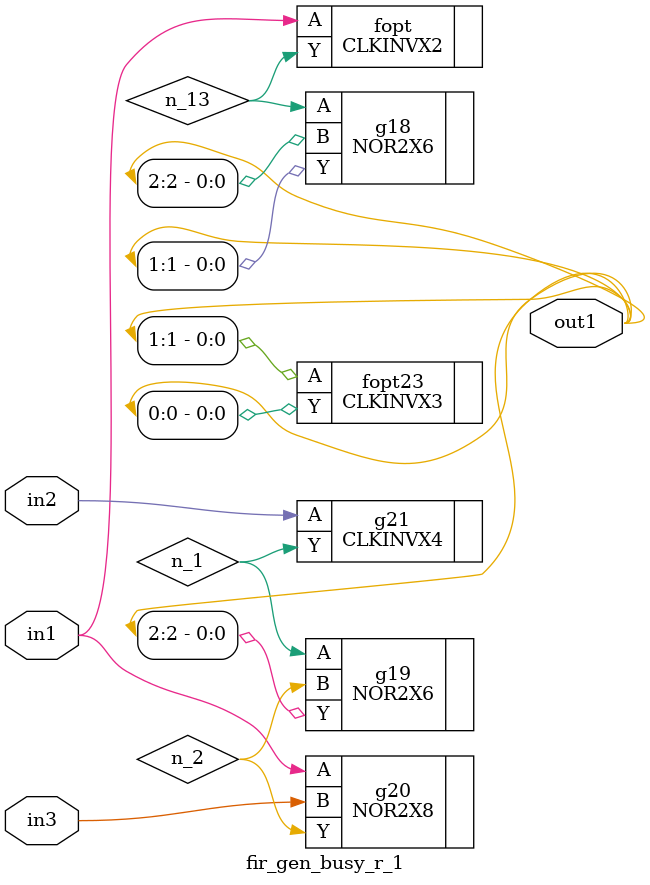
<source format=v>
`timescale 1ps / 1ps


module fir_gen_busy_r_1(in1, in2, in3, out1);
  input in1, in2, in3;
  output [2:0] out1;
  wire in1, in2, in3;
  wire [2:0] out1;
  wire n_1, n_2, n_13;
  NOR2X6 g18(.A (n_13), .B (out1[2]), .Y (out1[1]));
  NOR2X6 g19(.A (n_1), .B (n_2), .Y (out1[2]));
  NOR2X8 g20(.A (in1), .B (in3), .Y (n_2));
  CLKINVX4 g21(.A (in2), .Y (n_1));
  CLKINVX2 fopt(.A (in1), .Y (n_13));
  CLKINVX3 fopt23(.A (out1[1]), .Y (out1[0]));
endmodule




</source>
